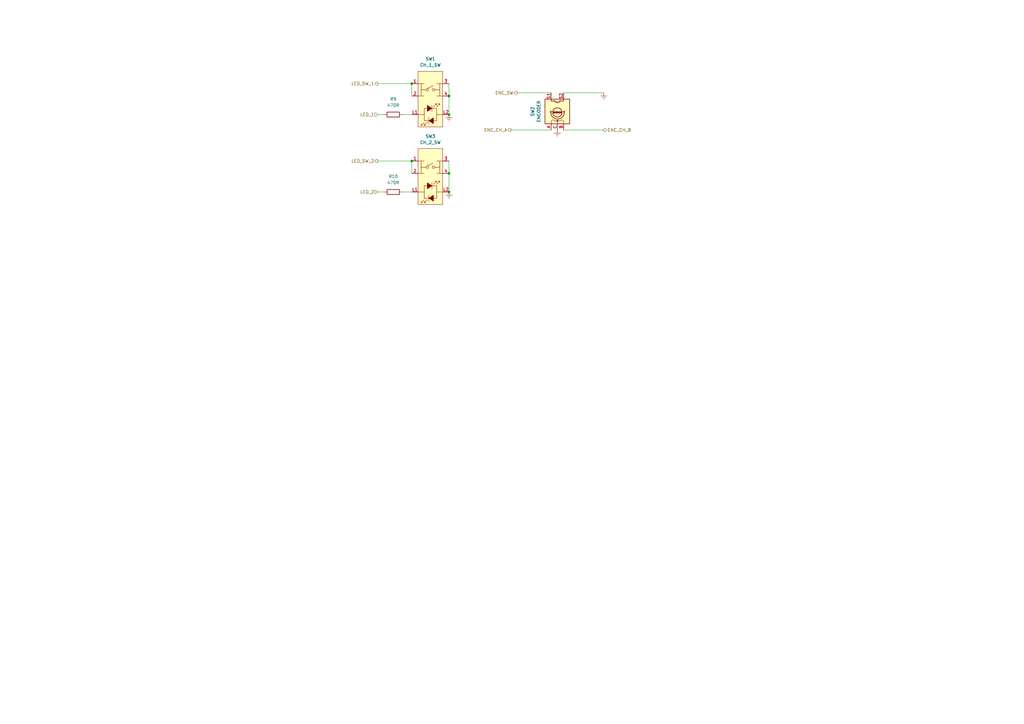
<source format=kicad_sch>
(kicad_sch (version 20231120) (generator "eeschema") (generator_version "8.0")
  (paper "A3")
  (lib_symbols
    (symbol "Device:R" (pin_numbers hide) (pin_names (offset 0))
      (property "Reference" "R" (at 2.032 0 90))
      (property "Value" "R" (at 0 0 90))
      (symbol "R_0_1"
        (rectangle (start -1.016 -2.54) (end 1.016 2.54) (stroke (width 0.254)))
      )
      (symbol "R_1_1"
        (pin passive line (at 0 3.81 270) (length 1.27) (name "~") (number "1"))
        (pin passive line (at 0 -3.81 90) (length 1.27) (name "~") (number "2"))
      )
    )
    (symbol "Device:RotaryEncoder_Switch" (pin_names (offset 0.254) hide)
      (property "Reference" "SW" (at 0 6.604 0))
      (property "Value" "RotaryEncoder_Switch" (at 0 -6.604 0))
      (symbol "RotaryEncoder_Switch_0_1"
        (rectangle (start -5.08 5.08) (end 5.08 -5.08) (stroke (width 0.254)) (fill (type background)))
        (circle (center -3.81 0) (radius 0.254) (fill (type outline)))
        (circle (center -0.381 0) (radius 1.905) (stroke (width 0.254)))
        (arc (start -0.381 2.667) (mid -3.0988 -0.0635) (end -0.381 -2.794) (stroke (width 0.254)))
        (polyline (pts (xy -0.635 -1.778) (xy -0.635 1.778)) (stroke (width 0.254)))
        (polyline (pts (xy -0.381 -1.778) (xy -0.381 1.778)) (stroke (width 0.254)))
        (polyline (pts (xy -0.127 1.778) (xy -0.127 -1.778)) (stroke (width 0.254)))
        (polyline (pts (xy 3.81 0) (xy 3.429 0)) (stroke (width 0.254)))
        (polyline (pts (xy 3.81 1.016) (xy 3.81 -1.016)) (stroke (width 0.254)))
        (polyline (pts (xy -5.08 -2.54) (xy -3.81 -2.54) (xy -3.81 -2.032)))
        (polyline (pts (xy -5.08 2.54) (xy -3.81 2.54) (xy -3.81 2.032)))
        (polyline (pts (xy 0.254 -3.048) (xy -0.508 -2.794) (xy 0.127 -2.413)) (stroke (width 0.254)))
        (polyline (pts (xy 0.254 2.921) (xy -0.508 2.667) (xy 0.127 2.286)) (stroke (width 0.254)))
        (polyline (pts (xy 5.08 -2.54) (xy 4.318 -2.54) (xy 4.318 -1.016)) (stroke (width 0.254)))
        (polyline (pts (xy 5.08 2.54) (xy 4.318 2.54) (xy 4.318 1.016)) (stroke (width 0.254)))
        (polyline (pts (xy -5.08 0) (xy -3.81 0) (xy -3.81 -1.016) (xy -3.302 -2.032)))
        (polyline (pts (xy -4.318 0) (xy -3.81 0) (xy -3.81 1.016) (xy -3.302 2.032)))
        (circle (center 4.318 -1.016) (radius 0.127) (stroke (width 0.254)))
        (circle (center 4.318 1.016) (radius 0.127) (stroke (width 0.254)))
      )
      (symbol "RotaryEncoder_Switch_1_1"
        (pin passive line (at -7.62 2.54 0) (length 2.54) (name "A") (number "A"))
        (pin passive line (at -7.62 -2.54 0) (length 2.54) (name "B") (number "B"))
        (pin passive line (at -7.62 0 0) (length 2.54) (name "C") (number "C"))
        (pin passive line (at 7.62 2.54 180) (length 2.54) (name "S1") (number "S1"))
        (pin passive line (at 7.62 -2.54 180) (length 2.54) (name "S2") (number "S2"))
      )
    )
    (symbol "power:GNDREF" (power) (pin_numbers hide) (pin_names (offset 0) hide)
      (property "Value" "GNDREF" (at 0 -3.81 0))
      (symbol "GNDREF_0_1"
        (polyline (pts (xy -0.635 -1.905) (xy 0.635 -1.905)))
        (polyline (pts (xy -0.127 -2.54) (xy 0.127 -2.54)))
        (polyline (pts (xy 0 -1.27) (xy 0 0)))
        (polyline (pts (xy 1.27 -1.27) (xy -1.27 -1.27)))
      )
      (symbol "GNDREF_1_1"
        (pin power_in line (at 0 0 270) (length 0) (name "~") (number "1"))
      )
    )
    (symbol "synth:SW_ML6" (pin_names (offset 1.016) hide)
      (property "Reference" "SW" (at 0 16.256 0))
      (property "Value" "SW_ML6" (at 0 -8.89 0))
      (symbol "SW_ML6_0_0"
        (polyline (pts (xy -5.08 -2.54) (xy -2.54 -2.54)))
        (polyline (pts (xy -5.08 5.08) (xy -2.54 5.08)))
        (polyline (pts (xy -5.08 10.16) (xy -2.54 10.16)))
        (polyline (pts (xy -3.81 -6.985) (xy -2.54 -5.715)))
        (polyline (pts (xy -2.54 -6.985) (xy -1.27 -5.715)))
        (polyline (pts (xy -2.54 -5.08) (xy 2.54 -5.08)))
        (polyline (pts (xy -2.54 0) (xy -2.54 -5.08)))
        (polyline (pts (xy -0.635 -3.81) (xy -0.635 -6.35)))
        (polyline (pts (xy 0.635 1.27) (xy 0.635 -1.27)))
        (polyline (pts (xy 2.54 0) (xy -2.54 0)))
        (polyline (pts (xy 2.54 0) (xy 2.54 -5.08)))
        (polyline (pts (xy 2.54 1.905) (xy 1.27 0.635)))
        (polyline (pts (xy 2.54 5.08) (xy 5.08 5.08)))
        (polyline (pts (xy 2.54 10.16) (xy 5.08 10.16)))
        (polyline (pts (xy 3.81 1.905) (xy 2.54 0.635)))
        (polyline (pts (xy 5.08 -2.54) (xy 2.54 -2.54)))
        (polyline (pts (xy -3.81 -6.35) (xy -3.81 -6.985) (xy -3.175 -6.985)))
        (polyline (pts (xy -2.54 -6.35) (xy -2.54 -6.985) (xy -1.905 -6.985)))
        (polyline (pts (xy 2.54 1.27) (xy 2.54 1.905) (xy 1.905 1.905)))
        (polyline (pts (xy 3.81 1.27) (xy 3.81 1.905) (xy 3.175 1.905)))
        (polyline (pts (xy -0.635 -5.08) (xy 1.27 -3.81) (xy 1.27 -6.35) (xy -0.635 -5.08)) (fill (type outline)))
        (polyline (pts (xy 0.635 0) (xy -1.27 1.27) (xy -1.27 -1.27) (xy 0.635 0)) (fill (type outline)))
      )
      (symbol "SW_ML6_0_1"
        (circle (center -1.27 7.62) (radius 0.508))
        (polyline (pts (xy -3.81 5.08) (xy -3.81 10.16)))
        (polyline (pts (xy 3.81 10.16) (xy 3.81 5.08)))
        (polyline (pts (xy -3.81 7.62) (xy -1.7848 7.6186) (xy -2.54 7.62)))
        (circle (center 1.27 7.62) (radius 0.508))
        (pin passive line (at -7.62 10.16 0) (length 2.54) (name "1") (number "1"))
        (pin passive line (at 7.62 5.08 180) (length 2.54) (name "A") (number "4"))
      )
      (symbol "SW_ML6_1_1"
        (rectangle (start -5.08 15.24) (end 5.08 -7.62) (fill (type background)))
        (polyline (pts (xy -1.2812 8.136) (xy 1.1414 9.3278)))
        (polyline (pts (xy 1.7834 7.6307) (xy 3.8086 7.6293) (xy 3.0534 7.6307)))
        (pin passive line (at -7.62 5.08 0) (length 2.54) (name "2") (number "2"))
        (pin passive line (at 7.62 10.16 180) (length 2.54) (name "3") (number "3"))
        (pin passive line (at -7.62 -2.54 0) (length 2.54) (name "L1") (number "L1"))
        (pin passive line (at 7.62 -2.54 180) (length 2.54) (name "L2") (number "L2"))
      )
    )
  )
  (junction (at 184.15 78.74))
  (junction (at 184.15 46.99))
  (junction (at 168.91 66.04))
  (junction (at 168.91 34.29))
  (junction (at 184.15 71.12))
  (junction (at 184.15 39.37))
  (wire (pts (xy 165.1 78.74) (xy 168.91 78.74)))
  (wire (pts (xy 184.15 34.29) (xy 184.15 39.37)))
  (wire (pts (xy 165.1 46.99) (xy 168.91 46.99)))
  (wire (pts (xy 212.09 38.1) (xy 226.06 38.1)))
  (wire (pts (xy 154.94 78.74) (xy 157.48 78.74)))
  (wire (pts (xy 154.94 66.04) (xy 168.91 66.04)))
  (wire (pts (xy 184.15 71.12) (xy 184.15 78.74)))
  (wire (pts (xy 184.15 39.37) (xy 184.15 46.99)))
  (wire (pts (xy 168.91 66.04) (xy 168.91 71.12)))
  (wire (pts (xy 168.91 34.29) (xy 168.91 39.37)))
  (wire (pts (xy 247.65 53.34) (xy 231.14 53.34)))
  (wire (pts (xy 209.55 53.34) (xy 226.06 53.34)))
  (wire (pts (xy 184.15 66.04) (xy 184.15 71.12)))
  (wire (pts (xy 154.94 34.29) (xy 168.91 34.29)))
  (wire (pts (xy 154.94 46.99) (xy 157.48 46.99)))
  (wire (pts (xy 247.65 38.1) (xy 231.14 38.1)))
  (hierarchical_label "ENC_CH_B" (shape output) (at 247.65 53.34 0))
  (hierarchical_label "LED_SW_1" (shape output) (at 154.94 34.29 180))
  (hierarchical_label "LED_1" (shape input) (at 154.94 46.99 180))
  (hierarchical_label "LED_SW_2" (shape output) (at 154.94 66.04 180))
  (hierarchical_label "LED_2" (shape input) (at 154.94 78.74 180))
  (hierarchical_label "ENC_CH_A" (shape output) (at 209.55 53.34 180))
  (hierarchical_label "ENC_SW" (shape output) (at 212.09 38.1 180))
  (symbol (lib_id "synth:SW_ML6") (at 176.53 44.45 0) (unit 1)
    (property "Reference" "SW1" (at 176.53 24.13 0))
    (property "Value" "CH_1_SW" (at 176.53 26.67 0))
    (property "Footprint" "Synth:ML6-H2T2GQA" (effects (hide yes)))
  )
  (symbol (lib_id "power:GNDREF") (at 184.15 78.74 0) (unit 1)
    (property "Reference" "#PWR053" (effects (hide yes)))
    (property "Value" "GNDREF" (effects (hide yes)))
    (property "Description" "Power symbol creates a global label with name \"GNDREF\" , reference supply ground" (effects (hide yes)))
  )
  (symbol (lib_id "power:GNDREF") (at 247.65 38.1 0) (unit 1)
    (property "Reference" "#PWR050" (effects (hide yes)))
    (property "Value" "GNDREF" (effects (hide yes)))
    (property "Description" "Power symbol creates a global label with name \"GNDREF\" , reference supply ground" (effects (hide yes)))
  )
  (symbol (lib_id "power:GNDREF") (at 228.6 53.34 0) (unit 1)
    (property "Reference" "#PWR052" (effects (hide yes)))
    (property "Value" "GNDREF" (effects (hide yes)))
    (property "Description" "Power symbol creates a global label with name \"GNDREF\" , reference supply ground" (effects (hide yes)))
  )
  (symbol (lib_id "Device:R") (at 161.29 78.74 90) (unit 1)
    (property "Reference" "R10" (at 161.29 72.39 90))
    (property "Value" "470R" (at 161.29 74.93 90))
    (property "Footprint" "Resistor_SMD:R_0805_2012Metric_Pad1.20x1.40mm_HandSolder" (effects (hide yes)))
    (property "Description" "Resistor" (effects (hide yes)))
  )
  (symbol (lib_id "power:GNDREF") (at 184.15 46.99 0) (unit 1)
    (property "Reference" "#PWR051" (effects (hide yes)))
    (property "Value" "GNDREF" (effects (hide yes)))
    (property "Description" "Power symbol creates a global label with name \"GNDREF\" , reference supply ground" (effects (hide yes)))
  )
  (symbol (lib_id "Device:R") (at 161.29 46.99 90) (unit 1)
    (property "Reference" "R9" (at 161.29 40.64 90))
    (property "Value" "470R" (at 161.29 43.18 90))
    (property "Footprint" "Resistor_SMD:R_0805_2012Metric_Pad1.20x1.40mm_HandSolder" (effects (hide yes)))
    (property "Description" "Resistor" (effects (hide yes)))
  )
  (symbol (lib_id "synth:SW_ML6") (at 176.53 76.2 0) (unit 1)
    (property "Reference" "SW3" (at 176.53 55.88 0))
    (property "Value" "CH_2_SW" (at 176.53 58.42 0))
    (property "Footprint" "Synth:ML6-H2T2GQA" (effects (hide yes)))
  )
  (symbol (lib_id "Device:RotaryEncoder_Switch") (at 228.6 45.72 90) (unit 1)
    (property "Reference" "SW2" (at 218.44 45.72 0))
    (property "Value" "ENCODER" (at 220.98 45.72 0))
    (property "Footprint" "Synth:RotaryEncoder_Alps_EC11E-Switch_Vertical_H20mm_CircularMountingHoles" (effects (hide yes)))
    (property "Description" "Rotary encoder, dual channel, incremental quadrate outputs, with switch" (effects (hide yes)))
  )
)
</source>
